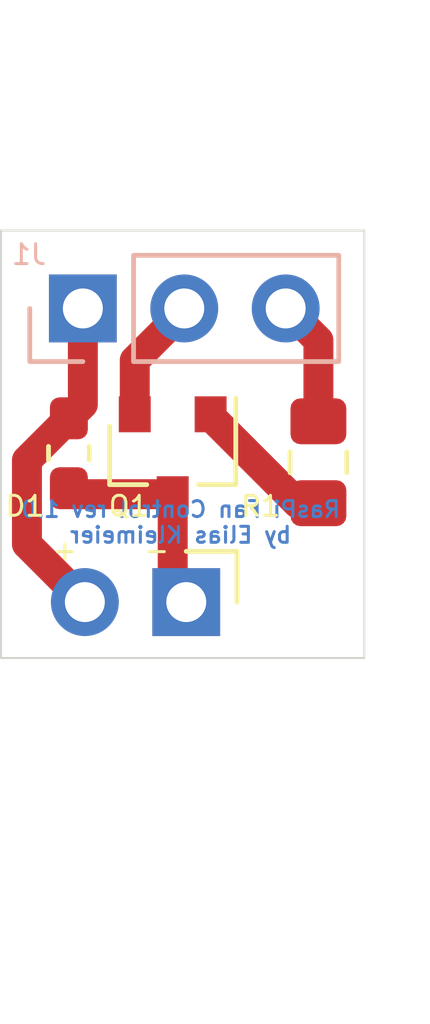
<source format=kicad_pcb>
(kicad_pcb (version 20171130) (host pcbnew 5.1.6-1.fc32)

  (general
    (thickness 1.6)
    (drawings 7)
    (tracks 15)
    (zones 0)
    (modules 5)
    (nets 6)
  )

  (page A4)
  (title_block
    (title "RasPi Fan Control")
    (date 2020-06-22)
    (rev 1.0)
    (comment 1 "Author Elias Kleimeier")
  )

  (layers
    (0 F.Cu signal)
    (31 B.Cu signal)
    (32 B.Adhes user)
    (33 F.Adhes user)
    (34 B.Paste user)
    (35 F.Paste user)
    (36 B.SilkS user)
    (37 F.SilkS user)
    (38 B.Mask user)
    (39 F.Mask user)
    (40 Dwgs.User user)
    (41 Cmts.User user)
    (42 Eco1.User user)
    (43 Eco2.User user)
    (44 Edge.Cuts user)
    (45 Margin user)
    (46 B.CrtYd user)
    (47 F.CrtYd user)
    (48 B.Fab user)
    (49 F.Fab user hide)
  )

  (setup
    (last_trace_width 0.25)
    (user_trace_width 0.75)
    (trace_clearance 0.2)
    (zone_clearance 0.508)
    (zone_45_only no)
    (trace_min 0.2)
    (via_size 0.8)
    (via_drill 0.4)
    (via_min_size 0.4)
    (via_min_drill 0.3)
    (uvia_size 0.3)
    (uvia_drill 0.1)
    (uvias_allowed no)
    (uvia_min_size 0.2)
    (uvia_min_drill 0.1)
    (edge_width 0.05)
    (segment_width 0.2)
    (pcb_text_width 0.3)
    (pcb_text_size 1.5 1.5)
    (mod_edge_width 0.12)
    (mod_text_size 1 1)
    (mod_text_width 0.15)
    (pad_size 1.524 1.524)
    (pad_drill 0.762)
    (pad_to_mask_clearance 0.05)
    (aux_axis_origin 0 0)
    (visible_elements FFFFFF7F)
    (pcbplotparams
      (layerselection 0x010fc_ffffffff)
      (usegerberextensions false)
      (usegerberattributes true)
      (usegerberadvancedattributes true)
      (creategerberjobfile true)
      (excludeedgelayer true)
      (linewidth 0.100000)
      (plotframeref false)
      (viasonmask false)
      (mode 1)
      (useauxorigin false)
      (hpglpennumber 1)
      (hpglpenspeed 20)
      (hpglpendiameter 15.000000)
      (psnegative false)
      (psa4output false)
      (plotreference true)
      (plotvalue true)
      (plotinvisibletext false)
      (padsonsilk false)
      (subtractmaskfromsilk false)
      (outputformat 1)
      (mirror false)
      (drillshape 0)
      (scaleselection 1)
      (outputdirectory ""))
  )

  (net 0 "")
  (net 1 /Fan_Out)
  (net 2 VCC)
  (net 3 /GPIO_14)
  (net 4 GND)
  (net 5 "Net-(Q1-Pad1)")

  (net_class Default "This is the default net class."
    (clearance 0.2)
    (trace_width 0.25)
    (via_dia 0.8)
    (via_drill 0.4)
    (uvia_dia 0.3)
    (uvia_drill 0.1)
    (add_net /Fan_Out)
    (add_net /GPIO_14)
    (add_net GND)
    (add_net "Net-(Q1-Pad1)")
    (add_net VCC)
  )

  (module Connector_PinHeader_2.54mm:PinHeader_1x02_P2.54mm_Horizontal (layer F.Cu) (tedit 5EF083DB) (tstamp 5EF0DC4A)
    (at 103.34 73.6 270)
    (descr "Through hole angled pin header, 1x02, 2.54mm pitch, 6mm pin length, single row")
    (tags "Through hole angled pin header THT 1x02 2.54mm single row")
    (path /5EED55F8)
    (fp_text reference J2 (at -1.3 3.74 180) (layer F.SilkS) hide
      (effects (font (size 0.5 0.5) (thickness 0.075)))
    )
    (fp_text value Conn_01x02_Male (at 4.385 4.81 270) (layer F.Fab)
      (effects (font (size 1 1) (thickness 0.15)))
    )
    (fp_line (start 10.55 -1.8) (end -1.8 -1.8) (layer F.CrtYd) (width 0.05))
    (fp_line (start 10.55 4.35) (end 10.55 -1.8) (layer F.CrtYd) (width 0.05))
    (fp_line (start -1.8 4.35) (end 10.55 4.35) (layer F.CrtYd) (width 0.05))
    (fp_line (start -1.8 -1.8) (end -1.8 4.35) (layer F.CrtYd) (width 0.05))
    (fp_line (start -1.27 -1.27) (end 0 -1.27) (layer F.SilkS) (width 0.12))
    (fp_line (start -1.27 0) (end -1.27 -1.27) (layer F.SilkS) (width 0.12))
    (fp_line (start 4.04 2.86) (end 10.04 2.86) (layer F.Fab) (width 0.1))
    (fp_line (start 10.04 2.22) (end 10.04 2.86) (layer F.Fab) (width 0.1))
    (fp_line (start 4.04 2.22) (end 10.04 2.22) (layer F.Fab) (width 0.1))
    (fp_line (start -0.32 2.86) (end 1.5 2.86) (layer F.Fab) (width 0.1))
    (fp_line (start -0.32 2.22) (end -0.32 2.86) (layer F.Fab) (width 0.1))
    (fp_line (start -0.32 2.22) (end 1.5 2.22) (layer F.Fab) (width 0.1))
    (fp_line (start 4.04 0.32) (end 10.04 0.32) (layer F.Fab) (width 0.1))
    (fp_line (start 10.04 -0.32) (end 10.04 0.32) (layer F.Fab) (width 0.1))
    (fp_line (start 4.04 -0.32) (end 10.04 -0.32) (layer F.Fab) (width 0.1))
    (fp_line (start -0.32 0.32) (end 1.5 0.32) (layer F.Fab) (width 0.1))
    (fp_line (start -0.32 -0.32) (end -0.32 0.32) (layer F.Fab) (width 0.1))
    (fp_line (start -0.32 -0.32) (end 1.5 -0.32) (layer F.Fab) (width 0.1))
    (fp_line (start 1.5 -0.635) (end 2.135 -1.27) (layer F.Fab) (width 0.1))
    (fp_line (start 1.5 3.81) (end 1.5 -0.635) (layer F.Fab) (width 0.1))
    (fp_line (start 4.04 3.81) (end 1.5 3.81) (layer F.Fab) (width 0.1))
    (fp_line (start 4.04 -1.27) (end 4.04 3.81) (layer F.Fab) (width 0.1))
    (fp_line (start 2.135 -1.27) (end 4.04 -1.27) (layer F.Fab) (width 0.1))
    (fp_text user %R (at 2.77 1.27) (layer F.Fab)
      (effects (font (size 1 1) (thickness 0.15)))
    )
    (pad 2 thru_hole oval (at 0 2.54 270) (size 1.7 1.7) (drill 1) (layers *.Cu *.Mask)
      (net 2 VCC))
    (pad 1 thru_hole rect (at 0 0 270) (size 1.7 1.7) (drill 1) (layers *.Cu *.Mask)
      (net 1 /Fan_Out))
    (model ${KISYS3DMOD}/Connector_PinHeader_2.54mm.3dshapes/PinHeader_1x02_P2.54mm_Horizontal.wrl
      (at (xyz 0 0 0))
      (scale (xyz 1 1 1))
      (rotate (xyz 0 0 0))
    )
  )

  (module Resistor_SMD:R_0805_2012Metric_Pad1.15x1.40mm_HandSolder (layer F.Cu) (tedit 5B36C52B) (tstamp 5EF0E723)
    (at 106.65 70.1 90)
    (descr "Resistor SMD 0805 (2012 Metric), square (rectangular) end terminal, IPC_7351 nominal with elongated pad for handsoldering. (Body size source: https://docs.google.com/spreadsheets/d/1BsfQQcO9C6DZCsRaXUlFlo91Tg2WpOkGARC1WS5S8t0/edit?usp=sharing), generated with kicad-footprint-generator")
    (tags "resistor handsolder")
    (path /5EF09D28)
    (attr smd)
    (fp_text reference R1 (at -1.1 -1.45 180) (layer F.SilkS)
      (effects (font (size 0.5 0.5) (thickness 0.075)))
    )
    (fp_text value "430 Ohm" (at 0 1.65 90) (layer F.Fab)
      (effects (font (size 1 1) (thickness 0.15)))
    )
    (fp_line (start 1.85 0.95) (end -1.85 0.95) (layer F.CrtYd) (width 0.05))
    (fp_line (start 1.85 -0.95) (end 1.85 0.95) (layer F.CrtYd) (width 0.05))
    (fp_line (start -1.85 -0.95) (end 1.85 -0.95) (layer F.CrtYd) (width 0.05))
    (fp_line (start -1.85 0.95) (end -1.85 -0.95) (layer F.CrtYd) (width 0.05))
    (fp_line (start -0.261252 0.71) (end 0.261252 0.71) (layer F.SilkS) (width 0.12))
    (fp_line (start -0.261252 -0.71) (end 0.261252 -0.71) (layer F.SilkS) (width 0.12))
    (fp_line (start 1 0.6) (end -1 0.6) (layer F.Fab) (width 0.1))
    (fp_line (start 1 -0.6) (end 1 0.6) (layer F.Fab) (width 0.1))
    (fp_line (start -1 -0.6) (end 1 -0.6) (layer F.Fab) (width 0.1))
    (fp_line (start -1 0.6) (end -1 -0.6) (layer F.Fab) (width 0.1))
    (fp_text user %R (at 0 0 90) (layer F.Fab)
      (effects (font (size 0.5 0.5) (thickness 0.08)))
    )
    (pad 2 smd roundrect (at 1.025 0 90) (size 1.15 1.4) (layers F.Cu F.Paste F.Mask) (roundrect_rratio 0.217391)
      (net 3 /GPIO_14))
    (pad 1 smd roundrect (at -1.025 0 90) (size 1.15 1.4) (layers F.Cu F.Paste F.Mask) (roundrect_rratio 0.217391)
      (net 5 "Net-(Q1-Pad1)"))
    (model ${KISYS3DMOD}/Resistor_SMD.3dshapes/R_0805_2012Metric.wrl
      (at (xyz 0 0 0))
      (scale (xyz 1 1 1))
      (rotate (xyz 0 0 0))
    )
  )

  (module Package_TO_SOT_SMD:SOT-23 (layer F.Cu) (tedit 5A02FF57) (tstamp 5EF0DC5F)
    (at 103 69.9 270)
    (descr "SOT-23, Standard")
    (tags SOT-23)
    (path /5EF099CD)
    (attr smd)
    (fp_text reference Q1 (at 1.3 1.1 180) (layer F.SilkS)
      (effects (font (size 0.5 0.5) (thickness 0.075)))
    )
    (fp_text value BC817 (at 0 2.5 90) (layer F.Fab)
      (effects (font (size 1 1) (thickness 0.15)))
    )
    (fp_line (start 0.76 1.58) (end -0.7 1.58) (layer F.SilkS) (width 0.12))
    (fp_line (start 0.76 -1.58) (end -1.4 -1.58) (layer F.SilkS) (width 0.12))
    (fp_line (start -1.7 1.75) (end -1.7 -1.75) (layer F.CrtYd) (width 0.05))
    (fp_line (start 1.7 1.75) (end -1.7 1.75) (layer F.CrtYd) (width 0.05))
    (fp_line (start 1.7 -1.75) (end 1.7 1.75) (layer F.CrtYd) (width 0.05))
    (fp_line (start -1.7 -1.75) (end 1.7 -1.75) (layer F.CrtYd) (width 0.05))
    (fp_line (start 0.76 -1.58) (end 0.76 -0.65) (layer F.SilkS) (width 0.12))
    (fp_line (start 0.76 1.58) (end 0.76 0.65) (layer F.SilkS) (width 0.12))
    (fp_line (start -0.7 1.52) (end 0.7 1.52) (layer F.Fab) (width 0.1))
    (fp_line (start 0.7 -1.52) (end 0.7 1.52) (layer F.Fab) (width 0.1))
    (fp_line (start -0.7 -0.95) (end -0.15 -1.52) (layer F.Fab) (width 0.1))
    (fp_line (start -0.15 -1.52) (end 0.7 -1.52) (layer F.Fab) (width 0.1))
    (fp_line (start -0.7 -0.95) (end -0.7 1.5) (layer F.Fab) (width 0.1))
    (fp_text user %R (at 0 0) (layer F.Fab)
      (effects (font (size 0.5 0.5) (thickness 0.075)))
    )
    (pad 3 smd rect (at 1 0 270) (size 0.9 0.8) (layers F.Cu F.Paste F.Mask)
      (net 1 /Fan_Out))
    (pad 2 smd rect (at -1 0.95 270) (size 0.9 0.8) (layers F.Cu F.Paste F.Mask)
      (net 4 GND))
    (pad 1 smd rect (at -1 -0.95 270) (size 0.9 0.8) (layers F.Cu F.Paste F.Mask)
      (net 5 "Net-(Q1-Pad1)"))
    (model ${KISYS3DMOD}/Package_TO_SOT_SMD.3dshapes/SOT-23.wrl
      (at (xyz 0 0 0))
      (scale (xyz 1 1 1))
      (rotate (xyz 0 0 0))
    )
  )

  (module Connector_PinSocket_2.54mm:PinSocket_1x03_P2.54mm_Vertical (layer B.Cu) (tedit 5A19A429) (tstamp 5EF0E35B)
    (at 100.75 66.25 270)
    (descr "Through hole straight socket strip, 1x03, 2.54mm pitch, single row (from Kicad 4.0.7), script generated")
    (tags "Through hole socket strip THT 1x03 2.54mm single row")
    (path /5EED4F28)
    (fp_text reference J1 (at -1.35 1.35 180) (layer B.SilkS)
      (effects (font (size 0.5 0.5) (thickness 0.075)) (justify mirror))
    )
    (fp_text value Conn_01x03_Female (at 0 -7.85 270) (layer B.Fab)
      (effects (font (size 1 1) (thickness 0.15)) (justify mirror))
    )
    (fp_line (start -1.8 -6.85) (end -1.8 1.8) (layer B.CrtYd) (width 0.05))
    (fp_line (start 1.75 -6.85) (end -1.8 -6.85) (layer B.CrtYd) (width 0.05))
    (fp_line (start 1.75 1.8) (end 1.75 -6.85) (layer B.CrtYd) (width 0.05))
    (fp_line (start -1.8 1.8) (end 1.75 1.8) (layer B.CrtYd) (width 0.05))
    (fp_line (start 0 1.33) (end 1.33 1.33) (layer B.SilkS) (width 0.12))
    (fp_line (start 1.33 1.33) (end 1.33 0) (layer B.SilkS) (width 0.12))
    (fp_line (start 1.33 -1.27) (end 1.33 -6.41) (layer B.SilkS) (width 0.12))
    (fp_line (start -1.33 -6.41) (end 1.33 -6.41) (layer B.SilkS) (width 0.12))
    (fp_line (start -1.33 -1.27) (end -1.33 -6.41) (layer B.SilkS) (width 0.12))
    (fp_line (start -1.33 -1.27) (end 1.33 -1.27) (layer B.SilkS) (width 0.12))
    (fp_line (start -1.27 -6.35) (end -1.27 1.27) (layer B.Fab) (width 0.1))
    (fp_line (start 1.27 -6.35) (end -1.27 -6.35) (layer B.Fab) (width 0.1))
    (fp_line (start 1.27 0.635) (end 1.27 -6.35) (layer B.Fab) (width 0.1))
    (fp_line (start 0.635 1.27) (end 1.27 0.635) (layer B.Fab) (width 0.1))
    (fp_line (start -1.27 1.27) (end 0.635 1.27) (layer B.Fab) (width 0.1))
    (fp_text user %R (at 0 -2.54) (layer B.Fab)
      (effects (font (size 1 1) (thickness 0.15)) (justify mirror))
    )
    (pad 3 thru_hole oval (at 0 -5.08 270) (size 1.7 1.7) (drill 1) (layers *.Cu *.Mask)
      (net 3 /GPIO_14))
    (pad 2 thru_hole oval (at 0 -2.54 270) (size 1.7 1.7) (drill 1) (layers *.Cu *.Mask)
      (net 4 GND))
    (pad 1 thru_hole rect (at 0 0 270) (size 1.7 1.7) (drill 1) (layers *.Cu *.Mask)
      (net 2 VCC))
    (model ${KISYS3DMOD}/Connector_PinSocket_2.54mm.3dshapes/PinSocket_1x03_P2.54mm_Vertical.wrl
      (at (xyz 0 0 0))
      (scale (xyz 1 1 1))
      (rotate (xyz 0 0 0))
    )
  )

  (module Resistor_SMD:R_0603_1608Metric_Pad1.05x0.95mm_HandSolder (layer F.Cu) (tedit 5B301BBD) (tstamp 5EF0DC00)
    (at 100.4 69.875 270)
    (descr "Resistor SMD 0603 (1608 Metric), square (rectangular) end terminal, IPC_7351 nominal with elongated pad for handsoldering. (Body size source: http://www.tortai-tech.com/upload/download/2011102023233369053.pdf), generated with kicad-footprint-generator")
    (tags "resistor handsolder")
    (path /5EF0A164)
    (attr smd)
    (fp_text reference D1 (at 1.325 1.1 180) (layer F.SilkS)
      (effects (font (size 0.5 0.5) (thickness 0.075)))
    )
    (fp_text value TS4148 (at 0 1.43 90) (layer F.Fab)
      (effects (font (size 1 1) (thickness 0.15)))
    )
    (fp_line (start 1.65 0.73) (end -1.65 0.73) (layer F.CrtYd) (width 0.05))
    (fp_line (start 1.65 -0.73) (end 1.65 0.73) (layer F.CrtYd) (width 0.05))
    (fp_line (start -1.65 -0.73) (end 1.65 -0.73) (layer F.CrtYd) (width 0.05))
    (fp_line (start -1.65 0.73) (end -1.65 -0.73) (layer F.CrtYd) (width 0.05))
    (fp_line (start -0.171267 0.51) (end 0.171267 0.51) (layer F.SilkS) (width 0.12))
    (fp_line (start -0.171267 -0.51) (end 0.171267 -0.51) (layer F.SilkS) (width 0.12))
    (fp_line (start 0.8 0.4) (end -0.8 0.4) (layer F.Fab) (width 0.1))
    (fp_line (start 0.8 -0.4) (end 0.8 0.4) (layer F.Fab) (width 0.1))
    (fp_line (start -0.8 -0.4) (end 0.8 -0.4) (layer F.Fab) (width 0.1))
    (fp_line (start -0.8 0.4) (end -0.8 -0.4) (layer F.Fab) (width 0.1))
    (fp_text user %R (at 0 0 90) (layer F.Fab)
      (effects (font (size 0.4 0.4) (thickness 0.06)))
    )
    (pad 2 smd roundrect (at 0.875 0 270) (size 1.05 0.95) (layers F.Cu F.Paste F.Mask) (roundrect_rratio 0.25)
      (net 1 /Fan_Out))
    (pad 1 smd roundrect (at -0.875 0 270) (size 1.05 0.95) (layers F.Cu F.Paste F.Mask) (roundrect_rratio 0.25)
      (net 2 VCC))
    (model ${KISYS3DMOD}/Resistor_SMD.3dshapes/R_0603_1608Metric.wrl
      (at (xyz 0 0 0))
      (scale (xyz 1 1 1))
      (rotate (xyz 0 0 0))
    )
  )

  (gr_text "RasPi Fan Control rev 1.0\nby Elias Kleimeier" (at 103.2 71.6) (layer B.Cu)
    (effects (font (size 0.4 0.4) (thickness 0.075)) (justify mirror))
  )
  (gr_text + (at 100.3 72.3) (layer F.SilkS)
    (effects (font (size 0.5 0.5) (thickness 0.075)))
  )
  (gr_text - (at 102.6 72.3) (layer F.SilkS)
    (effects (font (size 0.5 0.5) (thickness 0.075)))
  )
  (gr_line (start 107.8 64.3) (end 98.7 64.3) (layer Edge.Cuts) (width 0.05) (tstamp 5EF0EA23))
  (gr_line (start 107.8 75) (end 107.8 64.3) (layer Edge.Cuts) (width 0.05))
  (gr_line (start 98.7 75) (end 107.8 75) (layer Edge.Cuts) (width 0.05))
  (gr_line (start 98.7 64.3) (end 98.7 75) (layer Edge.Cuts) (width 0.05))

  (segment (start 103 70.9) (end 100.5 70.9) (width 0.75) (layer F.Cu) (net 1))
  (segment (start 100.5 70.9) (end 100.4 70.8) (width 0.75) (layer F.Cu) (net 1))
  (segment (start 103 70.9) (end 103 73.4) (width 0.75) (layer F.Cu) (net 1))
  (segment (start 103 73.4) (end 103.4 73.8) (width 0.75) (layer F.Cu) (net 1))
  (segment (start 100.75 66.25) (end 100.75 68.65) (width 0.75) (layer F.Cu) (net 2))
  (segment (start 100.75 68.65) (end 100.4 69) (width 0.75) (layer F.Cu) (net 2))
  (segment (start 99.34999 72.14999) (end 99.34999 70.05001) (width 0.75) (layer F.Cu) (net 2))
  (segment (start 100.8 73.6) (end 99.34999 72.14999) (width 0.75) (layer F.Cu) (net 2))
  (segment (start 99.34999 70.05001) (end 100.4 69) (width 0.75) (layer F.Cu) (net 2))
  (segment (start 106.65 69.075) (end 106.65 67.05) (width 0.75) (layer F.Cu) (net 3))
  (segment (start 106.65 67.05) (end 105.8 66.2) (width 0.75) (layer F.Cu) (net 3))
  (segment (start 102.05 68.9) (end 102.05 67.55) (width 0.75) (layer F.Cu) (net 4))
  (segment (start 102.05 67.55) (end 103.2 66.4) (width 0.75) (layer F.Cu) (net 4))
  (segment (start 106.65 71.125) (end 106.125 71.125) (width 0.75) (layer F.Cu) (net 5))
  (segment (start 106.125 71.125) (end 104 69) (width 0.75) (layer F.Cu) (net 5))

)

</source>
